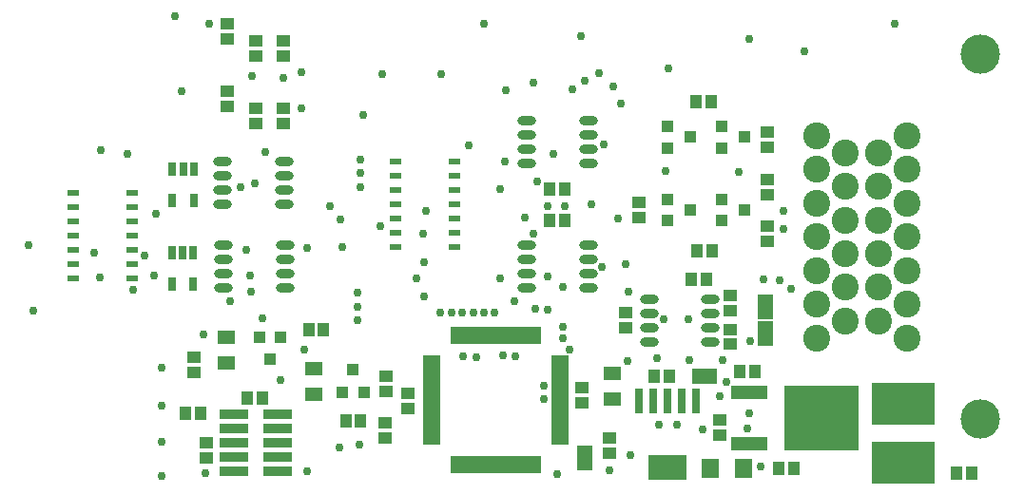
<source format=gbr>
%TF.GenerationSoftware,Altium Limited,Altium Designer,19.0.10 (269)*%
G04 Layer_Color=8388736*
%FSLAX26Y26*%
%MOIN*%
%TF.FileFunction,Soldermask,Top*%
%TF.Part,Single*%
G01*
G75*
%TA.AperFunction,ViaPad*%
%ADD36C,0.030000*%
%TA.AperFunction,SMDPad,CuDef*%
%ADD44R,0.047370X0.043433*%
%ADD45R,0.045402X0.041465*%
%ADD47R,0.043433X0.047370*%
%ADD48R,0.043433X0.039496*%
%ADD49O,0.065087X0.031622*%
%ADD50R,0.053276X0.088709*%
%ADD51R,0.059181X0.051307*%
%ADD52R,0.031622X0.090677*%
%ADD53R,0.133984X0.090677*%
%ADD54R,0.088709X0.053276*%
%TA.AperFunction,ComponentPad*%
%ADD55C,0.137921*%
%ADD56C,0.094614*%
%TA.AperFunction,SMDPad,CuDef*%
%ADD58R,0.126110X0.047370*%
%ADD59R,0.259969X0.226504*%
%ADD60R,0.043000X0.024535*%
%ADD61R,0.039496X0.043433*%
%ADD62R,0.102488X0.037921*%
%ADD63R,0.061150X0.019811*%
%ADD64R,0.019811X0.061150*%
%TA.AperFunction,ConnectorPad*%
%ADD65R,0.061150X0.065087*%
%TA.AperFunction,SMDPad,CuDef*%
%ADD66R,0.222567X0.145795*%
%ADD67R,0.031622X0.047370*%
D36*
X2375984Y44291D02*
D03*
X2421378Y480338D02*
D03*
X1612205Y134843D02*
D03*
X1228642Y648441D02*
D03*
X1684055Y146654D02*
D03*
X1500000Y53543D02*
D03*
X2330709Y352362D02*
D03*
X2329724Y306102D02*
D03*
X2395274Y520371D02*
D03*
Y559055D02*
D03*
X1302370Y682094D02*
D03*
X2726378Y450787D02*
D03*
X1881693Y728543D02*
D03*
X1905605Y884886D02*
D03*
X1909449Y787402D02*
D03*
X2121063Y1624016D02*
D03*
X1353347Y1172244D02*
D03*
X969488Y956693D02*
D03*
X963583Y740158D02*
D03*
X1499016Y834646D02*
D03*
X1143701Y45276D02*
D03*
X771654Y732284D02*
D03*
X751968Y818898D02*
D03*
X871063Y1166339D02*
D03*
X1910101Y665023D02*
D03*
X2157992Y610236D02*
D03*
X1618110Y937008D02*
D03*
X2496175Y988077D02*
D03*
X2429024Y1393811D02*
D03*
X3245735Y233096D02*
D03*
Y275418D02*
D03*
X3199803D02*
D03*
Y233096D02*
D03*
Y190773D02*
D03*
Y148450D02*
D03*
X3245735D02*
D03*
X3291666D02*
D03*
Y190773D02*
D03*
X3245735D02*
D03*
X3291666Y233096D02*
D03*
Y275418D02*
D03*
X2838457Y442841D02*
D03*
X3090551Y67913D02*
D03*
X3048228Y256890D02*
D03*
X2404412Y984250D02*
D03*
X2225208Y650078D02*
D03*
X2299208Y622046D02*
D03*
X1416947Y1433071D02*
D03*
X2732284Y216535D02*
D03*
X1696998Y1303150D02*
D03*
X2293307Y884886D02*
D03*
X1036417Y1649606D02*
D03*
X1060305Y1385827D02*
D03*
X3054260Y509842D02*
D03*
X1969488Y1445866D02*
D03*
X2067913Y1197047D02*
D03*
X539370Y615158D02*
D03*
X523622Y845577D02*
D03*
X777758Y1177790D02*
D03*
X2308059Y1070866D02*
D03*
X2539370Y1200787D02*
D03*
X2459235Y1579882D02*
D03*
X3051181Y1568898D02*
D03*
X1624016Y839567D02*
D03*
X2615157Y778427D02*
D03*
X2625984Y684055D02*
D03*
X2531496Y769685D02*
D03*
X2588583Y937992D02*
D03*
X2262795Y941929D02*
D03*
X2836614Y587598D02*
D03*
X2750984D02*
D03*
X2177092Y1043565D02*
D03*
X1677165Y629920D02*
D03*
Y678543D02*
D03*
X1308071Y1440945D02*
D03*
X1762795Y1446454D02*
D03*
X929134Y810852D02*
D03*
X889764Y689968D02*
D03*
X2601378Y1342183D02*
D03*
X2767716Y1466535D02*
D03*
X2192913Y1137795D02*
D03*
X2344488Y982599D02*
D03*
X2119992Y610236D02*
D03*
X2081992D02*
D03*
X2005992D02*
D03*
X2177161Y728345D02*
D03*
X2397633Y700786D02*
D03*
X2342520Y736221D02*
D03*
X2043992Y610236D02*
D03*
X2342520Y618110D02*
D03*
X1314961Y1062992D02*
D03*
X1267716Y1049114D02*
D03*
X1299213Y740158D02*
D03*
X1287402Y828963D02*
D03*
X1479331Y1452756D02*
D03*
Y1325787D02*
D03*
X1157480Y1621063D02*
D03*
X2094488Y452756D02*
D03*
X1578445Y984252D02*
D03*
X1755906Y913386D02*
D03*
X1685039Y1049114D02*
D03*
X1677165Y582677D02*
D03*
X2887739Y198819D02*
D03*
X3042244Y203740D02*
D03*
X2968504Y365617D02*
D03*
X2956737Y442867D02*
D03*
X2633858Y108731D02*
D03*
X2623805Y438011D02*
D03*
X1490505Y479336D02*
D03*
X1343080Y588571D02*
D03*
X1137795Y531496D02*
D03*
X988189Y417323D02*
D03*
Y282652D02*
D03*
Y157480D02*
D03*
Y35433D02*
D03*
X1685039Y1098425D02*
D03*
Y1145669D02*
D03*
X2228347Y456693D02*
D03*
X2185039Y459449D02*
D03*
X2047244Y456693D02*
D03*
X1917323Y964567D02*
D03*
X2574606Y1401575D02*
D03*
X2523622Y1448819D02*
D03*
X1967992Y610236D02*
D03*
X2196850Y1389764D02*
D03*
X2291780Y1417323D02*
D03*
X2472441Y1421260D02*
D03*
X2362205Y1165354D02*
D03*
X3169291Y964567D02*
D03*
X3011811Y1102362D02*
D03*
X2755905Y1106299D02*
D03*
X3196850Y692913D02*
D03*
X3169291Y901575D02*
D03*
X1405512Y374016D02*
D03*
X3098425Y724409D02*
D03*
X3157825Y723376D02*
D03*
X3244095Y1527559D02*
D03*
X3559055Y1622047D02*
D03*
X2559055Y55118D02*
D03*
X2944882Y314961D02*
D03*
X2795276Y216535D02*
D03*
D44*
X1220472Y1621063D02*
D03*
Y1567913D02*
D03*
X1318898Y1562008D02*
D03*
Y1508858D02*
D03*
X1417323D02*
D03*
Y1562008D02*
D03*
Y1272638D02*
D03*
Y1325787D02*
D03*
X1220472Y1384842D02*
D03*
Y1331693D02*
D03*
X1318898Y1325787D02*
D03*
Y1272638D02*
D03*
X3113189Y912402D02*
D03*
Y859252D02*
D03*
Y1076772D02*
D03*
Y1023622D02*
D03*
X3114173Y1189961D02*
D03*
Y1243110D02*
D03*
X2559055Y168307D02*
D03*
Y115157D02*
D03*
X2618110Y609252D02*
D03*
Y556102D02*
D03*
X2984252Y669291D02*
D03*
Y616142D02*
D03*
X1145669Y99582D02*
D03*
Y152732D02*
D03*
X1771653Y170276D02*
D03*
Y223425D02*
D03*
X1775591Y331693D02*
D03*
Y384843D02*
D03*
X1102362Y451772D02*
D03*
Y398622D02*
D03*
X1854331Y325788D02*
D03*
Y272638D02*
D03*
X2464567Y346457D02*
D03*
Y293307D02*
D03*
X2944882Y178150D02*
D03*
Y231299D02*
D03*
X2663917Y942913D02*
D03*
Y996063D02*
D03*
D45*
X2984252Y499016D02*
D03*
Y550197D02*
D03*
D47*
X2404528Y931102D02*
D03*
X2351378D02*
D03*
X2404528Y1043307D02*
D03*
X2351378D02*
D03*
X2920276Y826772D02*
D03*
X2867126D02*
D03*
X1504921Y549913D02*
D03*
X1558071D02*
D03*
X2770669Y385827D02*
D03*
X2717520D02*
D03*
X2900590Y724409D02*
D03*
X2847441D02*
D03*
X3016732Y401575D02*
D03*
X3069882D02*
D03*
X1071850Y255905D02*
D03*
X1125000D02*
D03*
X1341535Y311024D02*
D03*
X1288386D02*
D03*
X1634842Y230709D02*
D03*
X1687992D02*
D03*
X3206693Y62992D02*
D03*
X3153543D02*
D03*
X3830709Y47244D02*
D03*
X3777559D02*
D03*
X2864173Y1350394D02*
D03*
X2917323D02*
D03*
D48*
X2763780Y1005906D02*
D03*
Y931102D02*
D03*
X2842520Y968504D02*
D03*
X2952756Y1005906D02*
D03*
Y931102D02*
D03*
X3031496Y968504D02*
D03*
X2763780Y1261811D02*
D03*
Y1187008D02*
D03*
X2842520Y1224409D02*
D03*
X2952756Y1261811D02*
D03*
Y1187008D02*
D03*
X3031496Y1224409D02*
D03*
D49*
X2485236Y1133661D02*
D03*
Y1183661D02*
D03*
Y1233661D02*
D03*
Y1283661D02*
D03*
X2270669Y1133661D02*
D03*
Y1183661D02*
D03*
Y1233661D02*
D03*
Y1283661D02*
D03*
X2485236Y696213D02*
D03*
Y746213D02*
D03*
Y796213D02*
D03*
Y846213D02*
D03*
X2270669Y696213D02*
D03*
Y746213D02*
D03*
Y796213D02*
D03*
Y846213D02*
D03*
X1203740Y1137992D02*
D03*
Y1087992D02*
D03*
Y1037992D02*
D03*
Y987992D02*
D03*
X1418307Y1137992D02*
D03*
Y1087992D02*
D03*
Y1037992D02*
D03*
Y987992D02*
D03*
X1207677Y846654D02*
D03*
Y796654D02*
D03*
Y746654D02*
D03*
Y696654D02*
D03*
X1422244Y846654D02*
D03*
Y796654D02*
D03*
Y746654D02*
D03*
Y696654D02*
D03*
X2914370Y507677D02*
D03*
Y557677D02*
D03*
Y607677D02*
D03*
Y657677D02*
D03*
X2699803Y507677D02*
D03*
Y557677D02*
D03*
Y607677D02*
D03*
Y657677D02*
D03*
D50*
X3106299Y629921D02*
D03*
Y535433D02*
D03*
X2472441Y98425D02*
D03*
D51*
X1216535Y521654D02*
D03*
Y431102D02*
D03*
X2570866Y397638D02*
D03*
Y307087D02*
D03*
X1523622Y322277D02*
D03*
Y412829D02*
D03*
D52*
X2864764Y300197D02*
D03*
X2814764D02*
D03*
X2764764D02*
D03*
X2714764D02*
D03*
X2664764D02*
D03*
D53*
X2764764Y65945D02*
D03*
D54*
X2893701Y385827D02*
D03*
D55*
X3858268Y235236D02*
D03*
Y1514764D02*
D03*
D56*
X3287402Y1229331D02*
D03*
Y1111220D02*
D03*
Y993110D02*
D03*
Y875000D02*
D03*
Y756890D02*
D03*
Y638779D02*
D03*
Y520669D02*
D03*
X3385827Y1170276D02*
D03*
Y1052165D02*
D03*
Y934055D02*
D03*
Y815945D02*
D03*
Y697835D02*
D03*
Y579724D02*
D03*
X3503937Y1170276D02*
D03*
Y1052165D02*
D03*
Y934055D02*
D03*
Y815945D02*
D03*
Y697835D02*
D03*
Y579724D02*
D03*
X3602362Y1229331D02*
D03*
Y1111220D02*
D03*
Y993110D02*
D03*
Y875000D02*
D03*
Y756890D02*
D03*
Y638779D02*
D03*
Y520669D02*
D03*
D58*
X3049213Y328346D02*
D03*
Y148031D02*
D03*
D59*
X3303150Y238189D02*
D03*
D60*
X2015748Y840077D02*
D03*
Y890077D02*
D03*
Y940077D02*
D03*
Y990077D02*
D03*
Y1040077D02*
D03*
Y1090077D02*
D03*
Y1140077D02*
D03*
X1811024Y840077D02*
D03*
Y890077D02*
D03*
Y940077D02*
D03*
Y990077D02*
D03*
Y1040077D02*
D03*
Y1090077D02*
D03*
Y1140077D02*
D03*
X681102Y1027953D02*
D03*
Y977953D02*
D03*
Y927953D02*
D03*
Y877953D02*
D03*
Y827953D02*
D03*
Y777953D02*
D03*
Y727953D02*
D03*
X885827Y1027953D02*
D03*
Y977953D02*
D03*
Y927953D02*
D03*
Y877953D02*
D03*
Y827953D02*
D03*
Y777953D02*
D03*
Y727953D02*
D03*
D61*
X1407480Y523622D02*
D03*
X1332677D02*
D03*
X1370079Y444882D02*
D03*
X1661417Y409449D02*
D03*
X1698819Y330709D02*
D03*
X1624016D02*
D03*
D62*
X1242126Y253543D02*
D03*
X1395669D02*
D03*
X1242126Y203543D02*
D03*
X1395669D02*
D03*
X1242126Y153543D02*
D03*
X1395669D02*
D03*
X1242126Y103543D02*
D03*
X1395669D02*
D03*
X1242126Y53543D02*
D03*
X1395669D02*
D03*
D63*
X2387795Y155512D02*
D03*
Y175197D02*
D03*
Y194882D02*
D03*
Y214567D02*
D03*
Y234252D02*
D03*
Y253937D02*
D03*
Y273622D02*
D03*
Y293307D02*
D03*
Y312992D02*
D03*
Y332677D02*
D03*
Y352362D02*
D03*
Y372047D02*
D03*
Y391732D02*
D03*
Y411417D02*
D03*
Y431102D02*
D03*
Y450787D02*
D03*
X1935039D02*
D03*
Y431102D02*
D03*
Y411417D02*
D03*
Y391732D02*
D03*
Y372047D02*
D03*
Y352362D02*
D03*
Y332677D02*
D03*
Y312992D02*
D03*
Y293307D02*
D03*
Y273622D02*
D03*
Y253937D02*
D03*
Y234252D02*
D03*
Y214567D02*
D03*
Y194882D02*
D03*
Y175197D02*
D03*
Y155512D02*
D03*
D64*
X2309055Y529528D02*
D03*
X2289370D02*
D03*
X2269685D02*
D03*
X2250000D02*
D03*
X2230315D02*
D03*
X2210630D02*
D03*
X2190945D02*
D03*
X2171260D02*
D03*
X2151575D02*
D03*
X2131890D02*
D03*
X2112205D02*
D03*
X2092520D02*
D03*
X2072835D02*
D03*
X2053150D02*
D03*
X2033465D02*
D03*
X2013780D02*
D03*
Y76772D02*
D03*
X2033465D02*
D03*
X2053150D02*
D03*
X2072835D02*
D03*
X2092520D02*
D03*
X2112205D02*
D03*
X2131890D02*
D03*
X2151575D02*
D03*
X2171260D02*
D03*
X2190945D02*
D03*
X2210630D02*
D03*
X2230315D02*
D03*
X2250000D02*
D03*
X2269685D02*
D03*
X2289370D02*
D03*
X2309055D02*
D03*
D65*
X2912402Y62992D02*
D03*
X3028543D02*
D03*
D66*
X3590551Y83662D02*
D03*
Y290354D02*
D03*
D67*
X1102362Y1112205D02*
D03*
X1064961D02*
D03*
X1027559D02*
D03*
Y1003937D02*
D03*
X1102362D02*
D03*
X1100394Y817913D02*
D03*
X1062992D02*
D03*
X1025591D02*
D03*
Y709646D02*
D03*
X1100394D02*
D03*
%TF.MD5,f34aaf9f139db9bca98a0a11e56dc020*%
M02*

</source>
